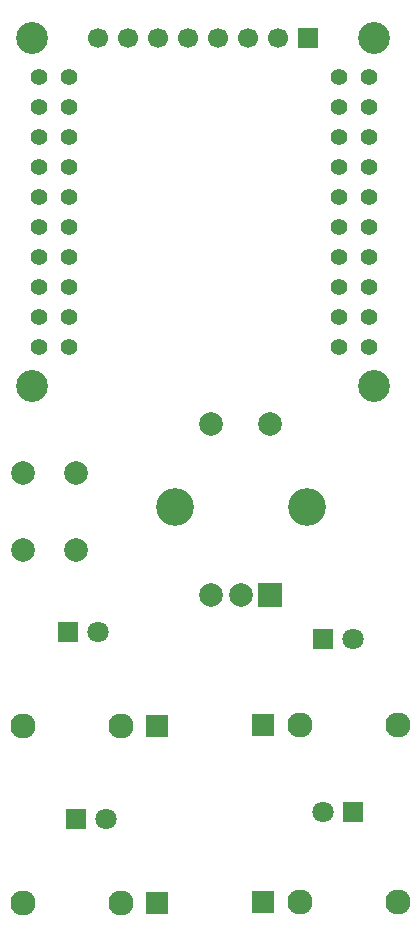
<source format=gbs>
G04 #@! TF.GenerationSoftware,KiCad,Pcbnew,7.0.5-0*
G04 #@! TF.CreationDate,2024-02-27T22:34:33-05:00*
G04 #@! TF.ProjectId,Grand_central_pcb_simple,4772616e-645f-4636-956e-7472616c5f70,rev?*
G04 #@! TF.SameCoordinates,Original*
G04 #@! TF.FileFunction,Soldermask,Bot*
G04 #@! TF.FilePolarity,Negative*
%FSLAX46Y46*%
G04 Gerber Fmt 4.6, Leading zero omitted, Abs format (unit mm)*
G04 Created by KiCad (PCBNEW 7.0.5-0) date 2024-02-27 22:34:33*
%MOMM*%
%LPD*%
G01*
G04 APERTURE LIST*
%ADD10C,1.800000*%
%ADD11R,1.800000X1.800000*%
%ADD12C,1.400000*%
%ADD13C,2.130000*%
%ADD14R,1.830000X1.930000*%
%ADD15C,2.000000*%
%ADD16R,2.000000X2.000000*%
%ADD17C,3.200000*%
%ADD18C,2.700000*%
%ADD19R,1.700000X1.700000*%
%ADD20C,1.700000*%
G04 APERTURE END LIST*
D10*
X247655000Y-95250000D03*
D11*
X250195000Y-95250000D03*
X226690000Y-95885000D03*
D10*
X229230000Y-95885000D03*
D11*
X226060000Y-80010000D03*
D10*
X228600000Y-80010000D03*
D11*
X247645000Y-80645000D03*
D10*
X250185000Y-80645000D03*
D12*
X251470000Y-55880000D03*
X248930000Y-55880000D03*
X251470000Y-53340000D03*
X248930000Y-53340000D03*
X251470000Y-50800000D03*
X248930000Y-50800000D03*
X251470000Y-48260000D03*
X248930000Y-48260000D03*
X251470000Y-45720000D03*
X248930000Y-45720000D03*
X251470000Y-43180000D03*
X248930000Y-43180000D03*
X251470000Y-40640000D03*
X248930000Y-40640000D03*
X251470000Y-38100000D03*
X248930000Y-38100000D03*
X251470000Y-35560000D03*
X248930000Y-35560000D03*
X251470000Y-33020000D03*
X248930000Y-33020000D03*
X226070000Y-55880000D03*
X223530000Y-55880000D03*
X226070000Y-53340000D03*
X223530000Y-53340000D03*
X226070000Y-50800000D03*
X223530000Y-50800000D03*
X226070000Y-48260000D03*
X223530000Y-48260000D03*
X226070000Y-45720000D03*
X223530000Y-45720000D03*
X226070000Y-43180000D03*
X223530000Y-43180000D03*
X226070000Y-40640000D03*
X223530000Y-40640000D03*
X226070000Y-38100000D03*
X223530000Y-38100000D03*
X226070000Y-35560000D03*
X223530000Y-35560000D03*
X226070000Y-33020000D03*
X223530000Y-33020000D03*
D13*
X230479861Y-87980616D03*
X222179861Y-87980616D03*
D14*
X233579861Y-87980616D03*
D15*
X226675000Y-73100000D03*
X226675000Y-66600000D03*
X222175000Y-73100000D03*
X222175000Y-66600000D03*
D16*
X243165000Y-76910000D03*
D15*
X238165000Y-76910000D03*
X240665000Y-76910000D03*
D17*
X235065000Y-69410000D03*
X246265000Y-69410000D03*
D15*
X238165000Y-62410000D03*
X243165000Y-62410000D03*
D13*
X245670000Y-87921570D03*
X253970000Y-87921570D03*
D14*
X242570000Y-87921570D03*
D13*
X245670000Y-102921570D03*
D14*
X242570000Y-102921570D03*
D13*
X253970000Y-102921570D03*
D18*
X251968000Y-59179000D03*
X251968000Y-29715000D03*
X223012000Y-59179000D03*
X223012000Y-29715000D03*
D19*
X246380000Y-29715000D03*
D20*
X243840000Y-29715000D03*
X241300000Y-29715000D03*
X238760000Y-29715000D03*
X236220000Y-29715000D03*
X233680000Y-29715000D03*
X231140000Y-29715000D03*
X228600000Y-29715000D03*
D13*
X230479861Y-102980616D03*
X222179861Y-102980616D03*
D14*
X233579861Y-102980616D03*
M02*

</source>
